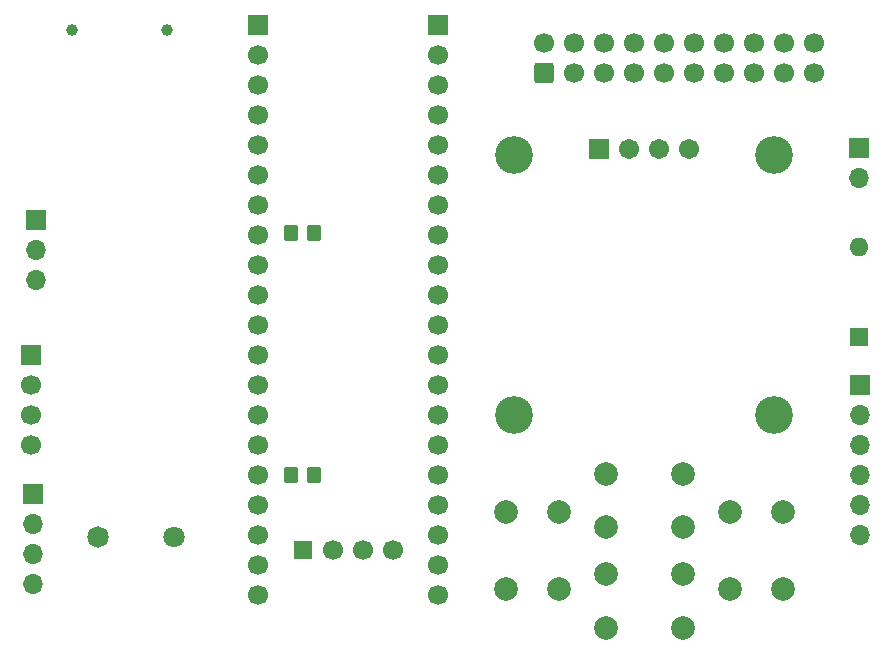
<source format=gbr>
%TF.GenerationSoftware,KiCad,Pcbnew,9.0.1*%
%TF.CreationDate,2025-05-19T08:35:17+02:00*%
%TF.ProjectId,sdiskII_stm32,73646973-6b49-4495-9f73-746d33322e6b,6*%
%TF.SameCoordinates,Original*%
%TF.FileFunction,Soldermask,Bot*%
%TF.FilePolarity,Negative*%
%FSLAX46Y46*%
G04 Gerber Fmt 4.6, Leading zero omitted, Abs format (unit mm)*
G04 Created by KiCad (PCBNEW 9.0.1) date 2025-05-19 08:35:17*
%MOMM*%
%LPD*%
G01*
G04 APERTURE LIST*
G04 Aperture macros list*
%AMRoundRect*
0 Rectangle with rounded corners*
0 $1 Rounding radius*
0 $2 $3 $4 $5 $6 $7 $8 $9 X,Y pos of 4 corners*
0 Add a 4 corners polygon primitive as box body*
4,1,4,$2,$3,$4,$5,$6,$7,$8,$9,$2,$3,0*
0 Add four circle primitives for the rounded corners*
1,1,$1+$1,$2,$3*
1,1,$1+$1,$4,$5*
1,1,$1+$1,$6,$7*
1,1,$1+$1,$8,$9*
0 Add four rect primitives between the rounded corners*
20,1,$1+$1,$2,$3,$4,$5,0*
20,1,$1+$1,$4,$5,$6,$7,0*
20,1,$1+$1,$6,$7,$8,$9,0*
20,1,$1+$1,$8,$9,$2,$3,0*%
G04 Aperture macros list end*
%ADD10RoundRect,0.250000X0.350000X0.450000X-0.350000X0.450000X-0.350000X-0.450000X0.350000X-0.450000X0*%
%ADD11C,1.700000*%
%ADD12R,1.524000X1.524000*%
%ADD13R,1.700000X1.700000*%
%ADD14RoundRect,0.250000X0.600000X-0.600000X0.600000X0.600000X-0.600000X0.600000X-0.600000X-0.600000X0*%
%ADD15R,1.600000X1.600000*%
%ADD16O,1.600000X1.600000*%
%ADD17O,1.700000X1.700000*%
%ADD18C,2.000000*%
%ADD19C,1.824000*%
%ADD20C,1.800000*%
%ADD21RoundRect,0.102000X-0.754000X-0.754000X0.754000X-0.754000X0.754000X0.754000X-0.754000X0.754000X0*%
%ADD22C,1.712000*%
%ADD23C,3.204000*%
%ADD24C,1.000000*%
G04 APERTURE END LIST*
D10*
%TO.C,R5*%
X158840000Y-106070000D03*
X156840000Y-106070000D03*
%TD*%
D11*
%TO.C,\u03BCC1*%
X165480000Y-132890000D03*
X162940000Y-132890000D03*
X160400000Y-132890000D03*
D12*
X157860000Y-132890000D03*
D13*
X169290000Y-88440000D03*
D11*
X169290000Y-90980000D03*
X169290000Y-93520000D03*
X169290000Y-96060000D03*
X169290000Y-98600000D03*
X169290000Y-101140000D03*
X169290000Y-103680000D03*
X169290000Y-106220000D03*
X169290000Y-108760000D03*
X169290000Y-111300000D03*
X169290000Y-113840000D03*
X169290000Y-116380000D03*
X169290000Y-118920000D03*
X169290000Y-121460000D03*
X169290000Y-124000000D03*
X169290000Y-126540000D03*
X169290000Y-129080000D03*
X169290000Y-131620000D03*
X169290000Y-134160000D03*
X169290000Y-136700000D03*
X154050000Y-136700000D03*
X154050000Y-134160000D03*
X154050000Y-131620000D03*
X154050000Y-129080000D03*
X154050000Y-126540000D03*
X154050000Y-124000000D03*
X154050000Y-121460000D03*
X154050000Y-118920000D03*
X154050000Y-116380000D03*
X154050000Y-113840000D03*
X154050000Y-111300000D03*
X154050000Y-108760000D03*
X154050000Y-106220000D03*
X154050000Y-103680000D03*
X154050000Y-101140000D03*
X154050000Y-98600000D03*
X154050000Y-96060000D03*
X154050000Y-93520000D03*
X154050000Y-90980000D03*
D13*
X154050000Y-88440000D03*
%TD*%
D10*
%TO.C,R4*%
X156850000Y-126550000D03*
X158850000Y-126550000D03*
%TD*%
D14*
%TO.C,J2*%
X178290000Y-92490000D03*
D11*
X178290000Y-89950000D03*
X180830000Y-92490000D03*
X180830000Y-89950000D03*
X183370000Y-92490000D03*
X183370000Y-89950000D03*
X185910000Y-92490000D03*
X185910000Y-89950000D03*
X188450000Y-92490000D03*
X188450000Y-89950000D03*
X190990000Y-92490000D03*
X190990000Y-89950000D03*
X193530000Y-92490000D03*
X193530000Y-89950000D03*
X196070000Y-92490000D03*
X196070000Y-89950000D03*
X198610000Y-92490000D03*
X198610000Y-89950000D03*
X201150000Y-92490000D03*
X201150000Y-89950000D03*
%TD*%
D15*
%TO.C,D1*%
X205000000Y-114840000D03*
D16*
X205000000Y-107220000D03*
%TD*%
D13*
%TO.C,J5*%
X134880000Y-116370000D03*
D11*
X134880000Y-118910000D03*
X134880000Y-121450000D03*
X134880000Y-123990000D03*
%TD*%
D13*
%TO.C,J3*%
X205030000Y-118910000D03*
D17*
X205030000Y-121450000D03*
X205030000Y-123990000D03*
X205030000Y-126530000D03*
X205030000Y-129070000D03*
X205030000Y-131610000D03*
%TD*%
D18*
%TO.C,UP1*%
X190040000Y-130950000D03*
X183540000Y-130950000D03*
X190040000Y-126450000D03*
X183540000Y-126450000D03*
%TD*%
D19*
%TO.C,BZ1*%
X140500000Y-131750000D03*
D20*
X147000000Y-131750000D03*
%TD*%
D13*
%TO.C,J4*%
X135240000Y-104975000D03*
D17*
X135240000Y-107515000D03*
X135240000Y-110055000D03*
%TD*%
D13*
%TO.C,J1*%
X205000000Y-98810000D03*
D17*
X205000000Y-101350000D03*
%TD*%
D18*
%TO.C,ENTR1*%
X198540000Y-129700000D03*
X198540000Y-136200000D03*
X194040000Y-129700000D03*
X194040000Y-136200000D03*
%TD*%
D13*
%TO.C,J6*%
X135000000Y-128180000D03*
D17*
X135000000Y-130720000D03*
X135000000Y-133260000D03*
X135000000Y-135800000D03*
%TD*%
D21*
%TO.C,U8*%
X182980000Y-98950000D03*
D22*
X185520000Y-98950000D03*
X188060000Y-98950000D03*
X190600000Y-98950000D03*
D23*
X175790000Y-99450000D03*
X197790000Y-99450000D03*
X197790000Y-121450000D03*
X175790000Y-121450000D03*
%TD*%
D24*
%TO.C,U2*%
X138340000Y-88850000D03*
X146340000Y-88850000D03*
%TD*%
D18*
%TO.C,RET1*%
X179540000Y-129700000D03*
X179540000Y-136200000D03*
X175040000Y-129700000D03*
X175040000Y-136200000D03*
%TD*%
%TO.C,DOWN1*%
X183540000Y-134950000D03*
X190040000Y-134950000D03*
X183540000Y-139450000D03*
X190040000Y-139450000D03*
%TD*%
M02*

</source>
